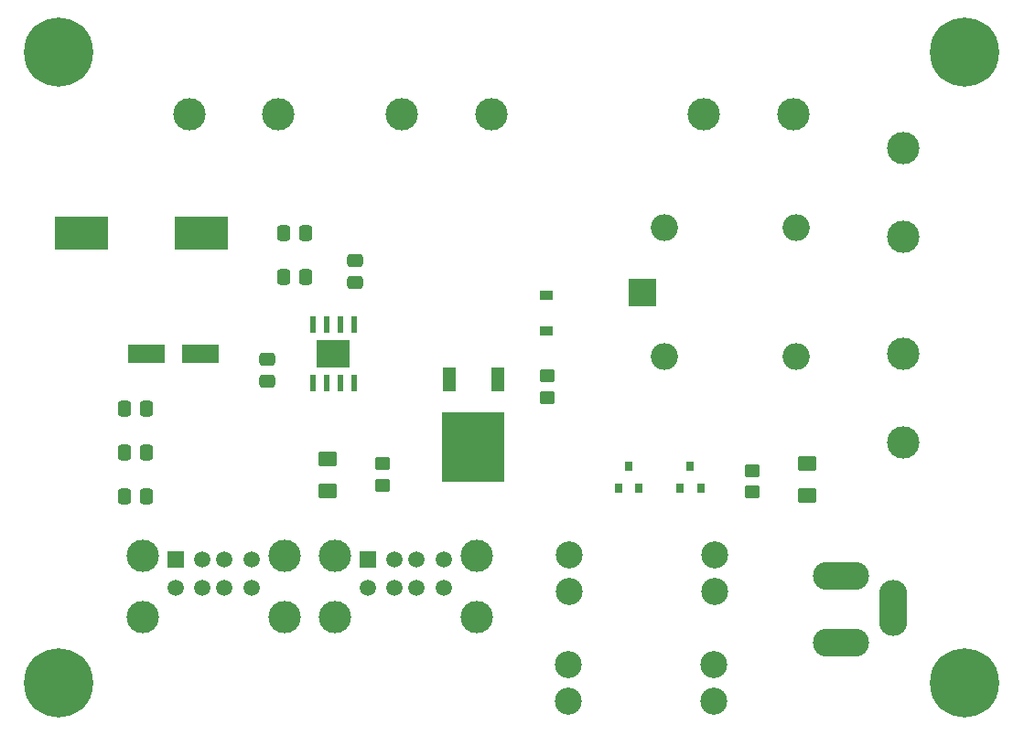
<source format=gts>
%TF.GenerationSoftware,KiCad,Pcbnew,6.0.1+dfsg-1*%
%TF.CreationDate,2022-01-27T04:31:12+00:00*%
%TF.ProjectId,powerbox,706f7765-7262-46f7-982e-6b696361645f,rev?*%
%TF.SameCoordinates,Original*%
%TF.FileFunction,Soldermask,Top*%
%TF.FilePolarity,Negative*%
%FSLAX46Y46*%
G04 Gerber Fmt 4.6, Leading zero omitted, Abs format (unit mm)*
G04 Created by KiCad (PCBNEW 6.0.1+dfsg-1) date 2022-01-27 04:31:12*
%MOMM*%
%LPD*%
G01*
G04 APERTURE LIST*
G04 Aperture macros list*
%AMRoundRect*
0 Rectangle with rounded corners*
0 $1 Rounding radius*
0 $2 $3 $4 $5 $6 $7 $8 $9 X,Y pos of 4 corners*
0 Add a 4 corners polygon primitive as box body*
4,1,4,$2,$3,$4,$5,$6,$7,$8,$9,$2,$3,0*
0 Add four circle primitives for the rounded corners*
1,1,$1+$1,$2,$3*
1,1,$1+$1,$4,$5*
1,1,$1+$1,$6,$7*
1,1,$1+$1,$8,$9*
0 Add four rect primitives between the rounded corners*
20,1,$1+$1,$2,$3,$4,$5,0*
20,1,$1+$1,$4,$5,$6,$7,0*
20,1,$1+$1,$6,$7,$8,$9,0*
20,1,$1+$1,$8,$9,$2,$3,0*%
G04 Aperture macros list end*
%ADD10RoundRect,0.250000X0.337500X0.475000X-0.337500X0.475000X-0.337500X-0.475000X0.337500X-0.475000X0*%
%ADD11R,0.800000X0.900000*%
%ADD12R,1.200000X0.900000*%
%ADD13O,5.200000X2.600000*%
%ADD14O,2.600000X5.200000*%
%ADD15C,3.000000*%
%ADD16R,5.000000X3.100000*%
%ADD17RoundRect,0.250000X0.450000X-0.350000X0.450000X0.350000X-0.450000X0.350000X-0.450000X-0.350000X0*%
%ADD18R,1.500000X1.500000*%
%ADD19C,1.500000*%
%ADD20RoundRect,0.250000X-0.450000X0.350000X-0.450000X-0.350000X0.450000X-0.350000X0.450000X0.350000X0*%
%ADD21RoundRect,0.250001X0.624999X-0.462499X0.624999X0.462499X-0.624999X0.462499X-0.624999X-0.462499X0*%
%ADD22R,2.500000X2.500000*%
%ADD23O,2.500000X2.500000*%
%ADD24C,6.400000*%
%ADD25R,1.200000X2.200000*%
%ADD26R,5.800000X6.400000*%
%ADD27C,2.500000*%
%ADD28RoundRect,0.250000X-0.337500X-0.475000X0.337500X-0.475000X0.337500X0.475000X-0.337500X0.475000X0*%
%ADD29RoundRect,0.250000X0.475000X-0.337500X0.475000X0.337500X-0.475000X0.337500X-0.475000X-0.337500X0*%
%ADD30R,0.600000X1.550000*%
%ADD31R,3.100000X2.600000*%
%ADD32R,3.500000X1.800000*%
G04 APERTURE END LIST*
D10*
%TO.C,C2*%
X132545000Y-117348000D03*
X134620000Y-117348000D03*
%TD*%
D11*
%TO.C,D2*%
X171130000Y-136890000D03*
X170180000Y-134890000D03*
X169230000Y-136890000D03*
%TD*%
%TO.C,D3*%
X165415000Y-136890000D03*
X164465000Y-134890000D03*
X163515000Y-136890000D03*
%TD*%
D12*
%TO.C,D4*%
X156845000Y-119000000D03*
X156845000Y-122300000D03*
%TD*%
D13*
%TO.C,J2*%
X184150000Y-145000000D03*
X184150000Y-151250000D03*
D14*
X188950000Y-148000000D03*
%TD*%
D15*
%TO.C,J8*%
X143510000Y-102235000D03*
X151760000Y-102235000D03*
%TD*%
D16*
%TO.C,L1*%
X113830000Y-113284000D03*
X124930000Y-113284000D03*
%TD*%
D17*
%TO.C,R6*%
X141732000Y-136636000D03*
X141732000Y-134636000D03*
%TD*%
D15*
%TO.C,SW2*%
X189865000Y-105410000D03*
X189865000Y-113660000D03*
%TD*%
D18*
%TO.C,J3*%
X122555000Y-143510000D03*
D19*
X125055000Y-143510000D03*
X127055000Y-143510000D03*
X129555000Y-143510000D03*
X122555000Y-146130000D03*
X125055000Y-146130000D03*
X127055000Y-146130000D03*
X129555000Y-146130000D03*
D15*
X132625000Y-143160000D03*
X119485000Y-148840000D03*
X132625000Y-148840000D03*
X119485000Y-143160000D03*
%TD*%
D20*
%TO.C,R1*%
X175895000Y-135255000D03*
X175895000Y-137255000D03*
%TD*%
D21*
%TO.C,D1*%
X180975000Y-137595000D03*
X180975000Y-134620000D03*
%TD*%
D22*
%TO.C,K1*%
X165735000Y-118745000D03*
D23*
X167735000Y-124745000D03*
X179935000Y-124745000D03*
X179935000Y-112745000D03*
X167735000Y-112745000D03*
%TD*%
D24*
%TO.C,REF\u002A\u002A*%
X195580000Y-96520000D03*
%TD*%
D15*
%TO.C,SW1*%
X189865000Y-124460000D03*
X189865000Y-132710000D03*
%TD*%
D21*
%TO.C,D6*%
X136652000Y-137144000D03*
X136652000Y-134169000D03*
%TD*%
D24*
%TO.C,REF\u002A\u002A*%
X111760000Y-154940000D03*
%TD*%
%TO.C,REF\u002A\u002A*%
X111760000Y-96520000D03*
%TD*%
D18*
%TO.C,J4*%
X140335000Y-143510000D03*
D19*
X142835000Y-143510000D03*
X144835000Y-143510000D03*
X147335000Y-143510000D03*
X140335000Y-146130000D03*
X142835000Y-146130000D03*
X144835000Y-146130000D03*
X147335000Y-146130000D03*
D15*
X150405000Y-143160000D03*
X150405000Y-148840000D03*
X137265000Y-143160000D03*
X137265000Y-148840000D03*
%TD*%
D25*
%TO.C,Q1*%
X152395000Y-126820000D03*
D26*
X150115000Y-133120000D03*
D25*
X147835000Y-126820000D03*
%TD*%
D20*
%TO.C,R2*%
X156972000Y-126524000D03*
X156972000Y-128524000D03*
%TD*%
D24*
%TO.C,REF\u002A\u002A*%
X195580000Y-154940000D03*
%TD*%
D15*
%TO.C,J1*%
X171450000Y-102235000D03*
X179700000Y-102235000D03*
%TD*%
%TO.C,J7*%
X123825000Y-102235000D03*
X132075000Y-102235000D03*
%TD*%
D27*
%TO.C,F1*%
X172470000Y-143080000D03*
X172470000Y-146480000D03*
X159000000Y-143080000D03*
X159000000Y-146480000D03*
%TD*%
%TO.C,F2*%
X158873000Y-153240000D03*
X158873000Y-156640000D03*
X172343000Y-153240000D03*
X172343000Y-156640000D03*
%TD*%
D28*
%TO.C,C6*%
X117813000Y-133604000D03*
X119888000Y-133604000D03*
%TD*%
D10*
%TO.C,C1*%
X134620000Y-113284000D03*
X132545000Y-113284000D03*
%TD*%
D29*
%TO.C,C3*%
X139192000Y-115802500D03*
X139192000Y-117877500D03*
%TD*%
D28*
%TO.C,C5*%
X117813000Y-129540000D03*
X119888000Y-129540000D03*
%TD*%
%TO.C,C7*%
X117813000Y-137668000D03*
X119888000Y-137668000D03*
%TD*%
D30*
%TO.C,U1*%
X135255000Y-127160000D03*
X136525000Y-127160000D03*
X137795000Y-127160000D03*
X139065000Y-127160000D03*
X139065000Y-121760000D03*
X137795000Y-121760000D03*
X136525000Y-121760000D03*
X135255000Y-121760000D03*
D31*
X137160000Y-124460000D03*
%TD*%
D32*
%TO.C,D5*%
X124888000Y-124460000D03*
X119888000Y-124460000D03*
%TD*%
D29*
%TO.C,C4*%
X131064000Y-127021500D03*
X131064000Y-124946500D03*
%TD*%
M02*

</source>
